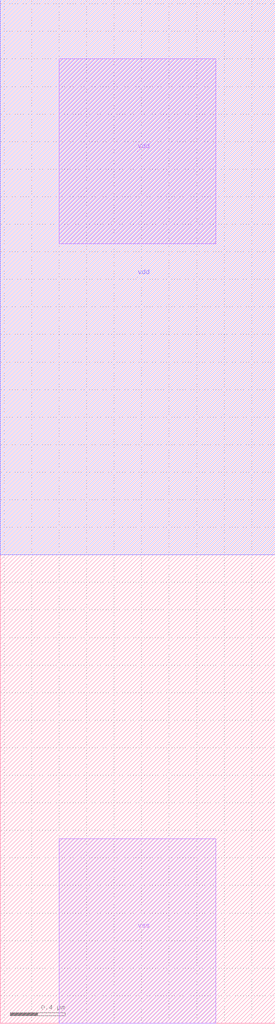
<source format=lef>
VERSION 5.7 ;
  NOWIREEXTENSIONATPIN ON ;
  DIVIDERCHAR "/" ;
  BUSBITCHARS "[]" ;
MACRO tie
  CLASS BLOCK ;
  FOREIGN tie ;
  ORIGIN 0.430 0.000 ;
  SIZE 2.000 BY 7.430 ;
  PIN vdd
    ANTENNADIFFAREA 0.309600 ;
    PORT
      LAYER Nwell ;
        RECT -0.430 3.400 1.570 7.430 ;
      LAYER Metal1 ;
        RECT 0.000 5.660 1.140 7.000 ;
    END
  END vdd
  PIN vss
    ANTENNADIFFAREA 0.309600 ;
    PORT
      LAYER Metal1 ;
        RECT 0.000 0.000 1.140 1.340 ;
    END
  END vss
END tie
END LIBRARY


</source>
